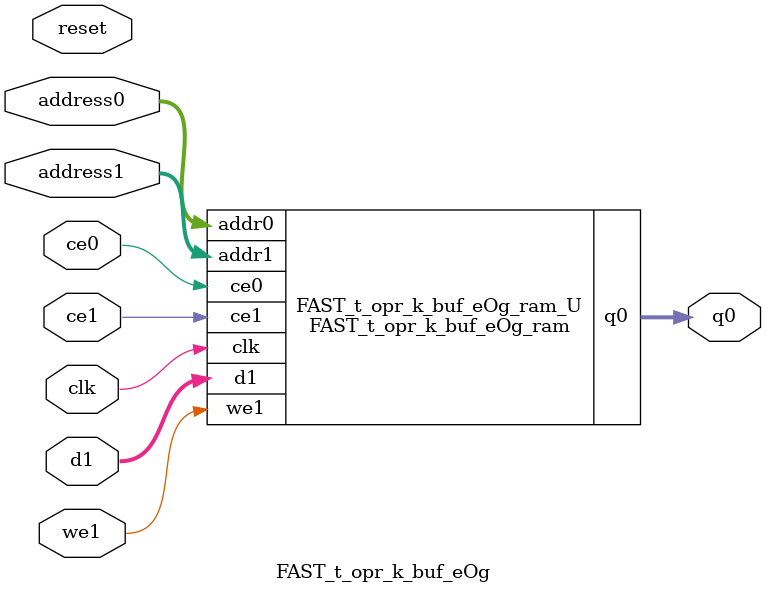
<source format=v>

`timescale 1 ns / 1 ps
module FAST_t_opr_k_buf_eOg_ram (addr0, ce0, q0, addr1, ce1, d1, we1,  clk);

parameter DWIDTH = 8;
parameter AWIDTH = 9;
parameter MEM_SIZE = 320;

input[AWIDTH-1:0] addr0;
input ce0;
output reg[DWIDTH-1:0] q0;
input[AWIDTH-1:0] addr1;
input ce1;
input[DWIDTH-1:0] d1;
input we1;
input clk;

(* ram_style = "block" *)reg [DWIDTH-1:0] ram[0:MEM_SIZE-1];




always @(posedge clk)  
begin 
    if (ce0) 
    begin
            q0 <= ram[addr0];
    end
end


always @(posedge clk)  
begin 
    if (ce1) 
    begin
        if (we1) 
        begin 
            ram[addr1] <= d1; 
        end 
    end
end


endmodule


`timescale 1 ns / 1 ps
module FAST_t_opr_k_buf_eOg(
    reset,
    clk,
    address0,
    ce0,
    q0,
    address1,
    ce1,
    we1,
    d1);

parameter DataWidth = 32'd8;
parameter AddressRange = 32'd320;
parameter AddressWidth = 32'd9;
input reset;
input clk;
input[AddressWidth - 1:0] address0;
input ce0;
output[DataWidth - 1:0] q0;
input[AddressWidth - 1:0] address1;
input ce1;
input we1;
input[DataWidth - 1:0] d1;



FAST_t_opr_k_buf_eOg_ram FAST_t_opr_k_buf_eOg_ram_U(
    .clk( clk ),
    .addr0( address0 ),
    .ce0( ce0 ),
    .q0( q0 ),
    .addr1( address1 ),
    .ce1( ce1 ),
    .we1( we1 ),
    .d1( d1 ));

endmodule


</source>
